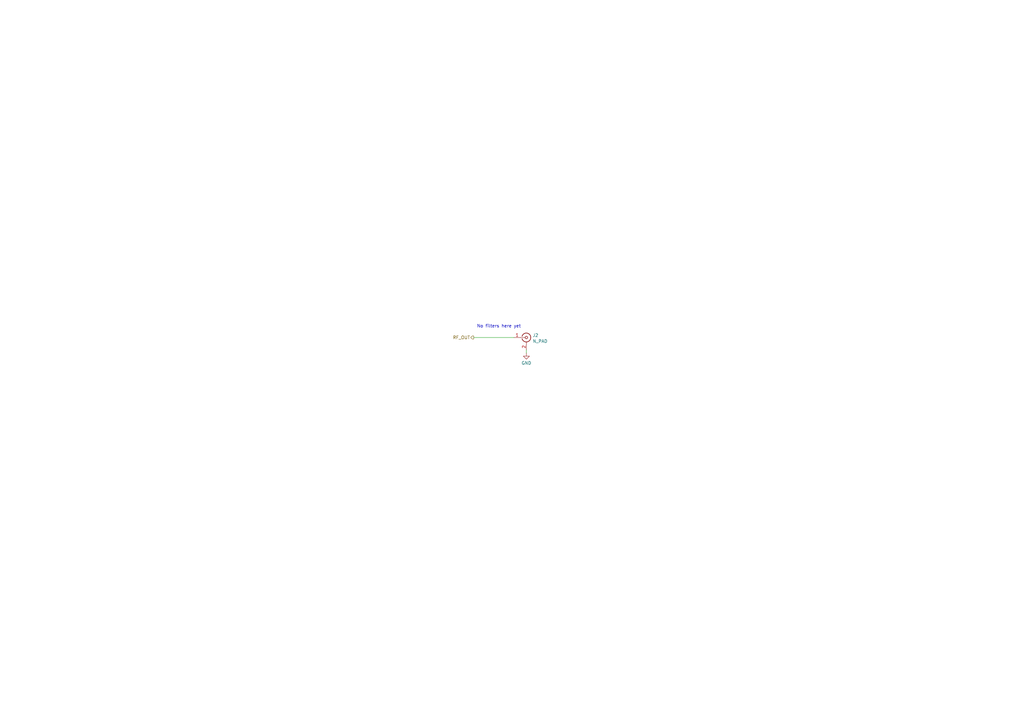
<source format=kicad_sch>
(kicad_sch (version 20230121) (generator eeschema)

  (uuid cf433a4f-04a3-43be-882b-ddb67c690126)

  (paper "A3")

  (title_block
    (title "Remote Radio Unit - RF board")
    (date "31-10-2023")
    (rev "A")
    (company "M17 Project")
    (comment 1 "Wojciech Kaczmarski, SP5WWP")
  )

  (lib_symbols
    (symbol "Connector:Conn_Coaxial" (pin_names (offset 1.016) hide) (in_bom yes) (on_board yes)
      (property "Reference" "J" (at 0.254 3.048 0)
        (effects (font (size 1.27 1.27)))
      )
      (property "Value" "Conn_Coaxial" (at 2.921 0 90)
        (effects (font (size 1.27 1.27)))
      )
      (property "Footprint" "" (at 0 0 0)
        (effects (font (size 1.27 1.27)) hide)
      )
      (property "Datasheet" " ~" (at 0 0 0)
        (effects (font (size 1.27 1.27)) hide)
      )
      (property "ki_keywords" "BNC SMA SMB SMC LEMO coaxial connector CINCH RCA" (at 0 0 0)
        (effects (font (size 1.27 1.27)) hide)
      )
      (property "ki_description" "coaxial connector (BNC, SMA, SMB, SMC, Cinch/RCA, LEMO, ...)" (at 0 0 0)
        (effects (font (size 1.27 1.27)) hide)
      )
      (property "ki_fp_filters" "*BNC* *SMA* *SMB* *SMC* *Cinch* *LEMO*" (at 0 0 0)
        (effects (font (size 1.27 1.27)) hide)
      )
      (symbol "Conn_Coaxial_0_1"
        (arc (start -1.778 -0.508) (mid 0.2311 -1.8066) (end 1.778 0)
          (stroke (width 0.254) (type default))
          (fill (type none))
        )
        (polyline
          (pts
            (xy -2.54 0)
            (xy -0.508 0)
          )
          (stroke (width 0) (type default))
          (fill (type none))
        )
        (polyline
          (pts
            (xy 0 -2.54)
            (xy 0 -1.778)
          )
          (stroke (width 0) (type default))
          (fill (type none))
        )
        (circle (center 0 0) (radius 0.508)
          (stroke (width 0.2032) (type default))
          (fill (type none))
        )
        (arc (start 1.778 0) (mid 0.2099 1.8101) (end -1.778 0.508)
          (stroke (width 0.254) (type default))
          (fill (type none))
        )
      )
      (symbol "Conn_Coaxial_1_1"
        (pin passive line (at -5.08 0 0) (length 2.54)
          (name "In" (effects (font (size 1.27 1.27))))
          (number "1" (effects (font (size 1.27 1.27))))
        )
        (pin passive line (at 0 -5.08 90) (length 2.54)
          (name "Ext" (effects (font (size 1.27 1.27))))
          (number "2" (effects (font (size 1.27 1.27))))
        )
      )
    )
    (symbol "power:GND" (power) (pin_names (offset 0)) (in_bom yes) (on_board yes)
      (property "Reference" "#PWR" (at 0 -6.35 0)
        (effects (font (size 1.27 1.27)) hide)
      )
      (property "Value" "GND" (at 0 -3.81 0)
        (effects (font (size 1.27 1.27)))
      )
      (property "Footprint" "" (at 0 0 0)
        (effects (font (size 1.27 1.27)) hide)
      )
      (property "Datasheet" "" (at 0 0 0)
        (effects (font (size 1.27 1.27)) hide)
      )
      (property "ki_keywords" "global power" (at 0 0 0)
        (effects (font (size 1.27 1.27)) hide)
      )
      (property "ki_description" "Power symbol creates a global label with name \"GND\" , ground" (at 0 0 0)
        (effects (font (size 1.27 1.27)) hide)
      )
      (symbol "GND_0_1"
        (polyline
          (pts
            (xy 0 0)
            (xy 0 -1.27)
            (xy 1.27 -1.27)
            (xy 0 -2.54)
            (xy -1.27 -1.27)
            (xy 0 -1.27)
          )
          (stroke (width 0) (type default))
          (fill (type none))
        )
      )
      (symbol "GND_1_1"
        (pin power_in line (at 0 0 270) (length 0) hide
          (name "GND" (effects (font (size 1.27 1.27))))
          (number "1" (effects (font (size 1.27 1.27))))
        )
      )
    )
  )


  (wire (pts (xy 194.31 138.43) (xy 210.82 138.43))
    (stroke (width 0) (type default))
    (uuid 8b85f0f2-62c1-48a5-aea1-f3f623fedd79)
  )
  (wire (pts (xy 215.9 143.51) (xy 215.9 144.78))
    (stroke (width 0) (type default))
    (uuid bc32d108-111e-403c-84c5-e1c14801f773)
  )

  (text "No filters here yet" (at 195.58 134.62 0)
    (effects (font (size 1.27 1.27)) (justify left bottom))
    (uuid 42d0df4a-30e1-4f23-a67d-0f9a8a6dfc4d)
  )

  (hierarchical_label "RF_OUT" (shape output) (at 194.31 138.43 180) (fields_autoplaced)
    (effects (font (size 1.27 1.27)) (justify right))
    (uuid 80b859c3-fd18-4406-8acb-d2dc826a7898)
  )

  (symbol (lib_id "Connector:Conn_Coaxial") (at 215.9 138.43 0) (unit 1)
    (in_bom yes) (on_board yes) (dnp no) (fields_autoplaced)
    (uuid 54745732-6888-4221-ba42-266bbf20ab9f)
    (property "Reference" "J2" (at 218.4401 137.5111 0)
      (effects (font (size 1.27 1.27)) (justify left))
    )
    (property "Value" "N_PAD" (at 218.4401 139.9353 0)
      (effects (font (size 1.27 1.27)) (justify left))
    )
    (property "Footprint" "Connector_Coaxial:SMA_Samtec_SMA-J-P-X-ST-EM1_EdgeMount" (at 215.9 138.43 0)
      (effects (font (size 1.27 1.27)) hide)
    )
    (property "Datasheet" " ~" (at 215.9 138.43 0)
      (effects (font (size 1.27 1.27)) hide)
    )
    (property "PN" "-" (at 215.9 138.43 0)
      (effects (font (size 1.27 1.27)) hide)
    )
    (pin "1" (uuid 1d710624-1e5b-46f2-ab71-d9937c66c842))
    (pin "2" (uuid 40faf256-8eb4-4214-89e6-56c71d235e9e))
    (instances
      (project "m17-rru-rf"
        (path "/4c42207c-9e6b-42da-ad38-da126b892014/59b2721c-5b8a-4fc3-bf5e-590dec787afb"
          (reference "J2") (unit 1)
        )
        (path "/4c42207c-9e6b-42da-ad38-da126b892014/548d001d-7c84-4d2c-957b-c97be3023400"
          (reference "J7") (unit 1)
        )
      )
    )
  )

  (symbol (lib_id "power:GND") (at 215.9 144.78 0) (unit 1)
    (in_bom yes) (on_board yes) (dnp no) (fields_autoplaced)
    (uuid f6b8c4bb-1206-437a-96aa-25c41daa9e14)
    (property "Reference" "#PWR051" (at 215.9 151.13 0)
      (effects (font (size 1.27 1.27)) hide)
    )
    (property "Value" "GND" (at 215.9 148.9131 0)
      (effects (font (size 1.27 1.27)))
    )
    (property "Footprint" "" (at 215.9 144.78 0)
      (effects (font (size 1.27 1.27)) hide)
    )
    (property "Datasheet" "" (at 215.9 144.78 0)
      (effects (font (size 1.27 1.27)) hide)
    )
    (pin "1" (uuid 95d82fa3-c186-4076-8e52-a1410e3e65c5))
    (instances
      (project "m17-rru-rf"
        (path "/4c42207c-9e6b-42da-ad38-da126b892014/59b2721c-5b8a-4fc3-bf5e-590dec787afb"
          (reference "#PWR051") (unit 1)
        )
        (path "/4c42207c-9e6b-42da-ad38-da126b892014/548d001d-7c84-4d2c-957b-c97be3023400"
          (reference "#PWR0120") (unit 1)
        )
      )
    )
  )
)

</source>
